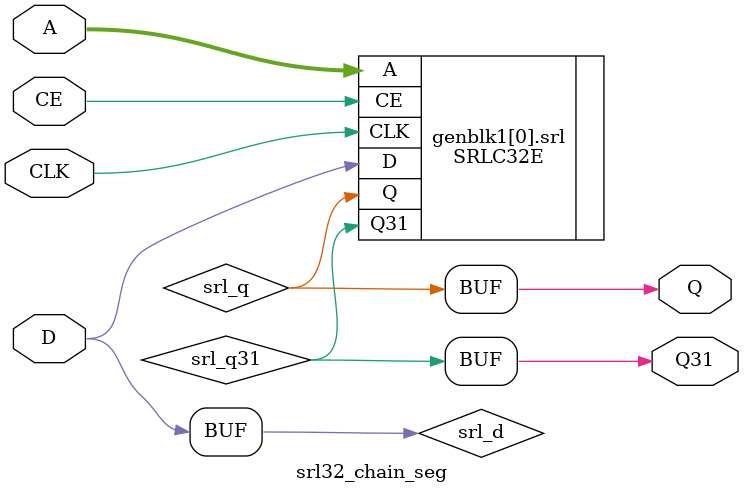
<source format=v>
module srl32_chain_seg #
(
parameter           N = 1,      // Numbers of SRL32s in chain (from 1 to 4!)
parameter           SITE = ""   // Site to LOC all bels to
)
(
input  wire CLK,
input  wire CE,
input  wire D,
input  wire [4+$clog2(N):0] A,
output wire Q,
output wire Q31
);

// ============================================================================
// SRLs

wire [N-1:0]    srl_d;
wire [N-1:0]    srl_q;
wire [N-1:0]    srl_q31;

assign srl_d[0] = D;

// SRLs
genvar i;
generate for(i=0; i<N; i=i+1) begin

    (* LOC=SITE, KEEP, DONT_TOUCH *)
    SRLC32E srl
    (
    .CLK    (CLK),
    .CE     (CE),
    .A      (A[4:0]),
    .D      (srl_d[i]),
    .Q      (srl_q[i]),
    .Q31    (srl_q31[i])
    );

    if (i > 0)
        assign srl_d[i] = srl_q31[i-1];

end endgenerate

// ============================================================================
// Muxes

wire f7bmux_o;
wire f7amux_o;
wire f8mux_o;

generate

  if (N == 2) begin

    // F7AMUX
    (* LOC=SITE, BEL="F7AMUX", KEEP, DONT_TOUCH *)
    MUXF7 muxf7a
    (
    .I0     (srl_q[0]),
    .I1     (srl_q[1]),
    .S      (A[5]),
    .O      (f7amux_o)
    );

  end else if (N >= 3) begin

    // F7BMUX
    (* LOC=SITE, BEL="F7BMUX", KEEP, DONT_TOUCH *)
    MUXF7 muxf7b
    (
    .I0     (srl_q[0]),
    .I1     (srl_q[1]),
    .S      (A[5]),
    .O      (f7bmux_o)
    );

    if (N == 3) begin

      // F7AMUX
      (* LOC=SITE, BEL="F7AMUX", KEEP, DONT_TOUCH *)
      MUXF7 muxf7a
      (
      .I0     (srl_q[2]),
      .I1     (),
      .S      (A[5]),
      .O      (f7amux_o)
      );

    end else if (N == 4) begin

      // F7AMUX
      (* LOC=SITE, BEL="F7AMUX", KEEP, DONT_TOUCH *)
      MUXF7 muxf7a
      (
      .I0     (srl_q[2]),
      .I1     (srl_q[3]),
      .S      (A[5]),
      .O      (f7amux_o)
      );

    end

    // F8MUX
    (* LOC=SITE, BEL="F8MUX", KEEP, DONT_TOUCH *)
    MUXF8 muxf8
    (
    .I0     (f7bmux_o),
    .I1     (f7amux_o),
    .S      (A[6]),
    .O      (f8mux_o)
    );

  end

endgenerate

// ============================================================================
// Output assignment

assign Q =  (N == 1) ? srl_q[0] : 
            (N == 2) ? f7amux_o : f8mux_o;

assign Q31 = srl_q31[N-1];

endmodule

</source>
